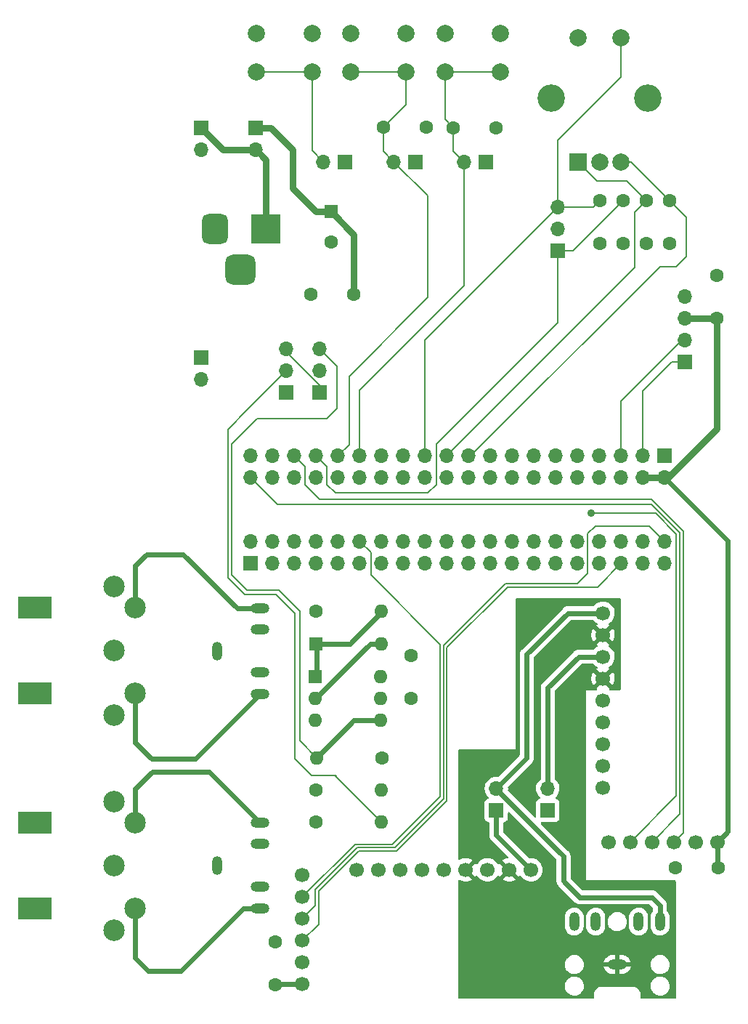
<source format=gtl>
G04 #@! TF.GenerationSoftware,KiCad,Pcbnew,(6.0.5)*
G04 #@! TF.CreationDate,2023-06-20T18:04:17+01:00*
G04 #@! TF.ProjectId,RPii-Dual-MiniDexed,52506969-2d44-4756-916c-2d4d696e6944,rev?*
G04 #@! TF.SameCoordinates,Original*
G04 #@! TF.FileFunction,Copper,L1,Top*
G04 #@! TF.FilePolarity,Positive*
%FSLAX46Y46*%
G04 Gerber Fmt 4.6, Leading zero omitted, Abs format (unit mm)*
G04 Created by KiCad (PCBNEW (6.0.5)) date 2023-06-20 18:04:17*
%MOMM*%
%LPD*%
G01*
G04 APERTURE LIST*
G04 Aperture macros list*
%AMRoundRect*
0 Rectangle with rounded corners*
0 $1 Rounding radius*
0 $2 $3 $4 $5 $6 $7 $8 $9 X,Y pos of 4 corners*
0 Add a 4 corners polygon primitive as box body*
4,1,4,$2,$3,$4,$5,$6,$7,$8,$9,$2,$3,0*
0 Add four circle primitives for the rounded corners*
1,1,$1+$1,$2,$3*
1,1,$1+$1,$4,$5*
1,1,$1+$1,$6,$7*
1,1,$1+$1,$8,$9*
0 Add four rect primitives between the rounded corners*
20,1,$1+$1,$2,$3,$4,$5,0*
20,1,$1+$1,$4,$5,$6,$7,0*
20,1,$1+$1,$6,$7,$8,$9,0*
20,1,$1+$1,$8,$9,$2,$3,0*%
G04 Aperture macros list end*
G04 #@! TA.AperFunction,ComponentPad*
%ADD10R,3.500000X3.500000*%
G04 #@! TD*
G04 #@! TA.AperFunction,ComponentPad*
%ADD11RoundRect,0.750000X-0.750000X-1.000000X0.750000X-1.000000X0.750000X1.000000X-0.750000X1.000000X0*%
G04 #@! TD*
G04 #@! TA.AperFunction,ComponentPad*
%ADD12RoundRect,0.875000X-0.875000X-0.875000X0.875000X-0.875000X0.875000X0.875000X-0.875000X0.875000X0*%
G04 #@! TD*
G04 #@! TA.AperFunction,ComponentPad*
%ADD13C,1.600000*%
G04 #@! TD*
G04 #@! TA.AperFunction,ComponentPad*
%ADD14R,1.600000X1.600000*%
G04 #@! TD*
G04 #@! TA.AperFunction,ComponentPad*
%ADD15R,1.700000X1.700000*%
G04 #@! TD*
G04 #@! TA.AperFunction,ComponentPad*
%ADD16O,1.700000X1.700000*%
G04 #@! TD*
G04 #@! TA.AperFunction,ComponentPad*
%ADD17C,1.700000*%
G04 #@! TD*
G04 #@! TA.AperFunction,ComponentPad*
%ADD18C,2.000000*%
G04 #@! TD*
G04 #@! TA.AperFunction,ComponentPad*
%ADD19O,1.600000X1.600000*%
G04 #@! TD*
G04 #@! TA.AperFunction,ComponentPad*
%ADD20R,2.000000X2.000000*%
G04 #@! TD*
G04 #@! TA.AperFunction,ComponentPad*
%ADD21C,3.200000*%
G04 #@! TD*
G04 #@! TA.AperFunction,ComponentPad*
%ADD22O,2.200000X1.200000*%
G04 #@! TD*
G04 #@! TA.AperFunction,ComponentPad*
%ADD23O,1.200000X2.200000*%
G04 #@! TD*
G04 #@! TA.AperFunction,WasherPad*
%ADD24R,4.000000X2.500000*%
G04 #@! TD*
G04 #@! TA.AperFunction,ComponentPad*
%ADD25C,2.499360*%
G04 #@! TD*
G04 #@! TA.AperFunction,ViaPad*
%ADD26C,0.900000*%
G04 #@! TD*
G04 #@! TA.AperFunction,Conductor*
%ADD27C,0.200000*%
G04 #@! TD*
G04 #@! TA.AperFunction,Conductor*
%ADD28C,0.800000*%
G04 #@! TD*
G04 #@! TA.AperFunction,Conductor*
%ADD29C,0.600000*%
G04 #@! TD*
G04 APERTURE END LIST*
D10*
X210160000Y-59812500D03*
D11*
X204160000Y-59812500D03*
D12*
X207160000Y-64512500D03*
D13*
X215370000Y-67460000D03*
X220370000Y-67460000D03*
D14*
X217710000Y-57797349D03*
D13*
X217710000Y-61297349D03*
D15*
X237000000Y-127540000D03*
D16*
X237000000Y-125000000D03*
D13*
X251800000Y-56500000D03*
X251800000Y-61500000D03*
D17*
X250070000Y-131235000D03*
X252610000Y-131235000D03*
X255150000Y-131235000D03*
X257690000Y-131235000D03*
X260230000Y-131235000D03*
X262770000Y-131235000D03*
X249435000Y-104565000D03*
X249435000Y-107105000D03*
X249435000Y-109645000D03*
X249435000Y-112185000D03*
X249435000Y-114725000D03*
X249435000Y-117265000D03*
X249435000Y-119805000D03*
X249435000Y-122345000D03*
X249435000Y-124885000D03*
D13*
X249100000Y-56500000D03*
X249100000Y-61500000D03*
X254500000Y-56500000D03*
X254500000Y-61500000D03*
D18*
X226500000Y-37000000D03*
X220000000Y-37000000D03*
X226500000Y-41500000D03*
X220000000Y-41500000D03*
D13*
X257910000Y-134210000D03*
X262910000Y-134210000D03*
D15*
X212500000Y-78895000D03*
D16*
X212500000Y-76355000D03*
X212500000Y-73815000D03*
D13*
X223700000Y-121410000D03*
D19*
X216080000Y-121410000D03*
D15*
X216360000Y-78895000D03*
D16*
X216360000Y-76355000D03*
X216360000Y-73815000D03*
X202610000Y-77335000D03*
D15*
X202610000Y-74795000D03*
D13*
X211230000Y-142850000D03*
X211230000Y-147850000D03*
D14*
X215910000Y-112000000D03*
D19*
X215910000Y-114540000D03*
X215910000Y-117080000D03*
X223530000Y-117080000D03*
X223530000Y-114540000D03*
X223530000Y-112000000D03*
D13*
X257200000Y-56500000D03*
X257200000Y-61500000D03*
D17*
X214365000Y-135100000D03*
X214365000Y-137640000D03*
X214365000Y-140180000D03*
X214365000Y-142720000D03*
X214365000Y-145260000D03*
X214365000Y-147800000D03*
X241035000Y-134465000D03*
X238495000Y-134465000D03*
X235955000Y-134465000D03*
X233415000Y-134465000D03*
X230875000Y-134465000D03*
X228335000Y-134465000D03*
X225795000Y-134465000D03*
X223255000Y-134465000D03*
X220715000Y-134465000D03*
D13*
X262700000Y-70250000D03*
X262700000Y-65250000D03*
D18*
X215500000Y-37000000D03*
X209000000Y-37000000D03*
X215500000Y-41500000D03*
X209000000Y-41500000D03*
D20*
X246530000Y-52030000D03*
D18*
X251530000Y-52030000D03*
X249030000Y-52030000D03*
D21*
X243430000Y-44530000D03*
X254630000Y-44530000D03*
D18*
X251530000Y-37530000D03*
X246530000Y-37530000D03*
D13*
X216000000Y-104340000D03*
D19*
X223620000Y-104340000D03*
D13*
X216000000Y-128920000D03*
D19*
X223620000Y-128920000D03*
D13*
X223800000Y-47990000D03*
X228800000Y-47990000D03*
D15*
X208930000Y-48025000D03*
D16*
X208930000Y-50565000D03*
D15*
X227600000Y-52000000D03*
D16*
X225060000Y-52000000D03*
D15*
X258945000Y-75330000D03*
D16*
X258945000Y-72790000D03*
X258945000Y-70250000D03*
X258945000Y-67710000D03*
D15*
X235800000Y-52000000D03*
D16*
X233260000Y-52000000D03*
D13*
X232000000Y-48000000D03*
X237000000Y-48000000D03*
D16*
X244190000Y-57255000D03*
X244190000Y-59795000D03*
D15*
X244190000Y-62335000D03*
D13*
X227050000Y-114480000D03*
X227050000Y-109480000D03*
X216000000Y-125160000D03*
D19*
X223620000Y-125160000D03*
D22*
X209480000Y-128970000D03*
X209480000Y-131470000D03*
D23*
X204480000Y-133970000D03*
D22*
X209480000Y-138970000D03*
X209480000Y-136470000D03*
X209480000Y-103990000D03*
X209480000Y-106490000D03*
D23*
X204480000Y-108990000D03*
D22*
X209480000Y-113990000D03*
X209480000Y-111490000D03*
D23*
X246090000Y-140500000D03*
X248590000Y-140500000D03*
D22*
X251090000Y-145500000D03*
D23*
X256090000Y-140500000D03*
X253590000Y-140500000D03*
D15*
X202610000Y-48025000D03*
D16*
X202610000Y-50565000D03*
D15*
X243000000Y-127540000D03*
D16*
X243000000Y-125000000D03*
D15*
X219355000Y-52000000D03*
D16*
X216815000Y-52000000D03*
D14*
X216000000Y-108140000D03*
D19*
X223620000Y-108140000D03*
D18*
X231000000Y-37000000D03*
X237500000Y-37000000D03*
X237500000Y-41500000D03*
X231000000Y-41500000D03*
D15*
X208370000Y-98770000D03*
D16*
X208370000Y-96230000D03*
X210910000Y-98770000D03*
X210910000Y-96230000D03*
X213450000Y-98770000D03*
X213450000Y-96230000D03*
X215990000Y-98770000D03*
X215990000Y-96230000D03*
X218530000Y-98770000D03*
X218530000Y-96230000D03*
X221070000Y-98770000D03*
X221070000Y-96230000D03*
X223610000Y-98770000D03*
X223610000Y-96230000D03*
X226150000Y-98770000D03*
X226150000Y-96230000D03*
X228690000Y-98770000D03*
X228690000Y-96230000D03*
X231230000Y-98770000D03*
X231230000Y-96230000D03*
X233770000Y-98770000D03*
X233770000Y-96230000D03*
X236310000Y-98770000D03*
X236310000Y-96230000D03*
X238850000Y-98770000D03*
X238850000Y-96230000D03*
X241390000Y-98770000D03*
X241390000Y-96230000D03*
X243930000Y-98770000D03*
X243930000Y-96230000D03*
X246470000Y-98770000D03*
X246470000Y-96230000D03*
X249010000Y-98770000D03*
X249010000Y-96230000D03*
X251550000Y-98770000D03*
X251550000Y-96230000D03*
X254090000Y-98770000D03*
X254090000Y-96230000D03*
X256630000Y-98770000D03*
X256630000Y-96230000D03*
D15*
X256630000Y-86230000D03*
D16*
X256630000Y-88770000D03*
X254090000Y-86230000D03*
X254090000Y-88770000D03*
X251550000Y-86230000D03*
X251550000Y-88770000D03*
X249010000Y-86230000D03*
X249010000Y-88770000D03*
X246470000Y-86230000D03*
X246470000Y-88770000D03*
X243930000Y-86230000D03*
X243930000Y-88770000D03*
X241390000Y-86230000D03*
X241390000Y-88770000D03*
X238850000Y-86230000D03*
X238850000Y-88770000D03*
X236310000Y-86230000D03*
X236310000Y-88770000D03*
X233770000Y-86230000D03*
X233770000Y-88770000D03*
X231230000Y-86230000D03*
X231230000Y-88770000D03*
X228690000Y-86230000D03*
X228690000Y-88770000D03*
X226150000Y-86230000D03*
X226150000Y-88770000D03*
X223610000Y-86230000D03*
X223610000Y-88770000D03*
X221070000Y-86230000D03*
X221070000Y-88770000D03*
X218530000Y-86230000D03*
X218530000Y-88770000D03*
X215990000Y-86230000D03*
X215990000Y-88770000D03*
X213450000Y-86230000D03*
X213450000Y-88770000D03*
X210910000Y-86230000D03*
X210910000Y-88770000D03*
X208370000Y-86230000D03*
X208370000Y-88770000D03*
D24*
X183222300Y-113951260D03*
X183222300Y-103948740D03*
D25*
X192417200Y-101451920D03*
X192419740Y-108950000D03*
X192417200Y-116448080D03*
X194919100Y-103953820D03*
X194919100Y-113946180D03*
D24*
X183212300Y-139011260D03*
X183212300Y-129008740D03*
D25*
X192407200Y-126511920D03*
X192409740Y-134010000D03*
X192407200Y-141508080D03*
X194909100Y-129013820D03*
X194909100Y-139006180D03*
D26*
X248030000Y-92930000D03*
D27*
X257970000Y-64180000D02*
X259120000Y-63030000D01*
X256074944Y-64180000D02*
X257970000Y-64180000D01*
X259120000Y-63030000D02*
X259120000Y-60760000D01*
X234024944Y-86230000D02*
X256074944Y-64180000D01*
X233770000Y-86230000D02*
X234024944Y-86230000D01*
X253150000Y-57850000D02*
X254500000Y-56500000D01*
X253150000Y-64310000D02*
X253150000Y-57850000D01*
X231230000Y-86230000D02*
X253150000Y-64310000D01*
X245965000Y-62335000D02*
X251800000Y-56500000D01*
X244190000Y-62335000D02*
X245965000Y-62335000D01*
X248345000Y-57255000D02*
X249100000Y-56500000D01*
X244190000Y-57255000D02*
X248345000Y-57255000D01*
X259120000Y-60760000D02*
X259120000Y-58420000D01*
X259120000Y-58420000D02*
X257200000Y-56500000D01*
X246530000Y-52040000D02*
X248730000Y-54240000D01*
X248730000Y-54240000D02*
X252240000Y-54240000D01*
X252240000Y-54240000D02*
X254500000Y-56500000D01*
X246530000Y-52030000D02*
X246530000Y-52040000D01*
X251530000Y-52030000D02*
X252730000Y-52030000D01*
X252730000Y-52030000D02*
X257200000Y-56500000D01*
X216815000Y-52000000D02*
X215500000Y-50685000D01*
X215500000Y-50685000D02*
X215500000Y-41500000D01*
D28*
X205150000Y-50565000D02*
X208930000Y-50565000D01*
X202610000Y-48025000D02*
X205150000Y-50565000D01*
X210685000Y-48025000D02*
X208930000Y-48025000D01*
X213250000Y-50590000D02*
X210685000Y-48025000D01*
X213250000Y-55060000D02*
X213250000Y-50590000D01*
X215987349Y-57797349D02*
X213250000Y-55060000D01*
X217710000Y-57797349D02*
X215987349Y-57797349D01*
X210160000Y-51735000D02*
X208930000Y-50505000D01*
X210160000Y-59812500D02*
X210160000Y-51735000D01*
X220370000Y-60457349D02*
X217710000Y-57797349D01*
X220370000Y-67460000D02*
X220370000Y-60457349D01*
D27*
X219820000Y-84940000D02*
X218530000Y-86230000D01*
X219820000Y-77000000D02*
X219820000Y-84940000D01*
X229020000Y-55950000D02*
X229020000Y-67800000D01*
X229020000Y-67800000D02*
X219820000Y-77000000D01*
X225060000Y-51990000D02*
X229020000Y-55950000D01*
X221070000Y-78640000D02*
X221070000Y-86230000D01*
X233260000Y-66450000D02*
X221070000Y-78640000D01*
X233260000Y-52000000D02*
X233260000Y-66450000D01*
X228690000Y-72755000D02*
X228690000Y-74980000D01*
X244190000Y-57255000D02*
X228690000Y-72755000D01*
X228690000Y-86230000D02*
X228690000Y-74980000D01*
X244190000Y-70710000D02*
X230000000Y-84900000D01*
X230000000Y-84900000D02*
X230000000Y-89590000D01*
X244190000Y-62335000D02*
X244190000Y-70710000D01*
X244190000Y-57255000D02*
X244190000Y-49460000D01*
X251530000Y-42120000D02*
X245020000Y-48630000D01*
X244190000Y-49460000D02*
X245020000Y-48630000D01*
X251530000Y-37530000D02*
X251530000Y-42120000D01*
X258779040Y-95719040D02*
X258779040Y-130145960D01*
X258779040Y-130145960D02*
X257690000Y-131235000D01*
X258779039Y-95019039D02*
X258779040Y-95719040D01*
X255050000Y-91290000D02*
X258779039Y-95019039D01*
X214720000Y-89650000D02*
X216360000Y-91290000D01*
X214720000Y-87500000D02*
X214720000Y-89650000D01*
X216360000Y-91290000D02*
X255050000Y-91290000D01*
X213450000Y-86230000D02*
X214720000Y-87500000D01*
X218210000Y-90580000D02*
X217245000Y-89615000D01*
X230000000Y-89590000D02*
X229010000Y-90580000D01*
X217245000Y-87485000D02*
X215990000Y-86230000D01*
X229010000Y-90580000D02*
X218210000Y-90580000D01*
X217245000Y-89615000D02*
X217245000Y-87485000D01*
X232000000Y-50740000D02*
X233260000Y-52000000D01*
X232000000Y-48000000D02*
X232000000Y-50740000D01*
X231000000Y-47000000D02*
X232000000Y-48000000D01*
X231000000Y-41500000D02*
X231000000Y-47000000D01*
X231000000Y-41500000D02*
X237500000Y-41500000D01*
X223800000Y-50730000D02*
X225060000Y-51990000D01*
X223800000Y-47990000D02*
X223800000Y-50730000D01*
X226500000Y-45290000D02*
X223800000Y-47990000D01*
X226500000Y-41500000D02*
X226500000Y-45290000D01*
X220000000Y-41500000D02*
X226500000Y-41500000D01*
X209000000Y-41500000D02*
X215500000Y-41500000D01*
X218395000Y-75850000D02*
X216360000Y-73815000D01*
X218395000Y-80735000D02*
X218395000Y-75850000D01*
X209110000Y-81920000D02*
X217210000Y-81920000D01*
X206119520Y-84910480D02*
X209110000Y-81920000D01*
X217210000Y-81920000D02*
X218395000Y-80735000D01*
X206119520Y-86959520D02*
X206119520Y-84910480D01*
X212500000Y-74120655D02*
X216360000Y-77980655D01*
X216360000Y-77980655D02*
X216360000Y-78895000D01*
X212500000Y-73815000D02*
X212500000Y-74120655D01*
X206119520Y-86959520D02*
X206119520Y-100079520D01*
X205720000Y-100410000D02*
X205720000Y-83880000D01*
X208027500Y-80827500D02*
X205720000Y-83135000D01*
X208027500Y-80827500D02*
X212500000Y-76355000D01*
X205720000Y-83135000D02*
X205720000Y-83880000D01*
D29*
X263970000Y-130035000D02*
X262770000Y-131235000D01*
X263970000Y-96110000D02*
X263970000Y-130035000D01*
D28*
X262700000Y-83059022D02*
X262700000Y-70250000D01*
X256630000Y-88770000D02*
X256989022Y-88770000D01*
D29*
X256630000Y-88770000D02*
X263970000Y-96110000D01*
X262770000Y-131235000D02*
X262770000Y-134070000D01*
D28*
X256989022Y-88770000D02*
X262700000Y-83059022D01*
D29*
X262770000Y-134070000D02*
X262910000Y-134210000D01*
D28*
X256630000Y-88770000D02*
X254090000Y-88770000D01*
X258945000Y-70250000D02*
X262390000Y-70250000D01*
D27*
X231245000Y-108595000D02*
X231245000Y-126425000D01*
X216287020Y-140797980D02*
X214365000Y-142720000D01*
X251550000Y-98770000D02*
X248800000Y-101520000D01*
X220945006Y-132300000D02*
X216287020Y-136957986D01*
X225347497Y-132322503D02*
X225324994Y-132300000D01*
X231245000Y-126425000D02*
X225347497Y-132322503D01*
X248800000Y-101520000D02*
X238320000Y-101520000D01*
X225324994Y-132300000D02*
X220945006Y-132300000D01*
X238320000Y-101520000D02*
X231245000Y-108595000D01*
X216287020Y-136957986D02*
X216287020Y-140797980D01*
D29*
X211280000Y-147800000D02*
X211230000Y-147850000D01*
X214365000Y-147800000D02*
X211280000Y-147800000D01*
D27*
X254090000Y-78710000D02*
X254090000Y-86230000D01*
X257385000Y-75415000D02*
X254090000Y-78710000D01*
X258945000Y-75330000D02*
X257470000Y-75330000D01*
X257480000Y-75320000D02*
X257385000Y-75415000D01*
X257470000Y-75330000D02*
X257385000Y-75415000D01*
D29*
X243000000Y-113240000D02*
X246595000Y-109645000D01*
X243000000Y-125000000D02*
X243000000Y-113240000D01*
X249435000Y-109645000D02*
X246595000Y-109645000D01*
X244835000Y-132885000D02*
X244835000Y-135775000D01*
X246720000Y-137660000D02*
X255140000Y-137660000D01*
X240540000Y-121460000D02*
X240540000Y-109380000D01*
X256090000Y-138610000D02*
X256090000Y-140500000D01*
X255140000Y-137660000D02*
X256090000Y-138610000D01*
X237000000Y-125000000D02*
X237000000Y-125050000D01*
X240540000Y-109380000D02*
X245355000Y-104565000D01*
X245355000Y-104565000D02*
X249435000Y-104565000D01*
X237000000Y-125000000D02*
X240540000Y-121460000D01*
X244835000Y-135775000D02*
X246720000Y-137660000D01*
X237000000Y-125050000D02*
X244835000Y-132885000D01*
D27*
X257980000Y-125865000D02*
X257980000Y-95360000D01*
X257980000Y-95360000D02*
X255550000Y-92930000D01*
X255550000Y-92930000D02*
X248030000Y-92930000D01*
X252610000Y-131235000D02*
X257980000Y-125865000D01*
X216450000Y-91870000D02*
X211470000Y-91870000D01*
X258379520Y-95194514D02*
X255055006Y-91870000D01*
X255150000Y-131235000D02*
X258379520Y-128005480D01*
X211470000Y-91870000D02*
X208370000Y-88770000D01*
X258379520Y-128005480D02*
X258379520Y-95194514D01*
X255055006Y-91870000D02*
X216450000Y-91870000D01*
D29*
X237000000Y-130430000D02*
X241035000Y-134465000D01*
X237000000Y-127540000D02*
X237000000Y-130430000D01*
X216040000Y-108140000D02*
X216040000Y-111870000D01*
X219910000Y-108140000D02*
X223710000Y-104340000D01*
X216040000Y-111870000D02*
X215910000Y-112000000D01*
X216040000Y-108140000D02*
X219910000Y-108140000D01*
X194919100Y-119659100D02*
X196820000Y-121560000D01*
X223660000Y-108140000D02*
X222310000Y-108140000D01*
X201900000Y-121560000D02*
X209470000Y-113990000D01*
X222310000Y-108140000D02*
X215910000Y-114540000D01*
X196820000Y-121560000D02*
X201900000Y-121560000D01*
X194919100Y-113946180D02*
X194919100Y-119659100D01*
X194919100Y-103953820D02*
X194919100Y-99000900D01*
X196200000Y-97720000D02*
X200510000Y-97720000D01*
X206780000Y-103990000D02*
X209470000Y-103990000D01*
X200510000Y-97720000D02*
X206780000Y-103990000D01*
X194919100Y-99000900D02*
X196200000Y-97720000D01*
X203560000Y-123050000D02*
X209480000Y-128970000D01*
X194909100Y-129013820D02*
X194909100Y-125040900D01*
X196900000Y-123050000D02*
X203560000Y-123050000D01*
X194909100Y-125040900D02*
X196900000Y-123050000D01*
X194909100Y-139006180D02*
X194909100Y-144759100D01*
X207520000Y-138970000D02*
X209480000Y-138970000D01*
X194909100Y-144759100D02*
X196400000Y-146250000D01*
X196400000Y-146250000D02*
X200240000Y-146250000D01*
X200240000Y-146250000D02*
X207520000Y-138970000D01*
D27*
X218185000Y-123485000D02*
X223620000Y-128920000D01*
X213540000Y-104630000D02*
X211310000Y-102400000D01*
X217955000Y-123485000D02*
X218305000Y-123485000D01*
X207710000Y-102400000D02*
X205720000Y-100410000D01*
X213530000Y-106920000D02*
X213540000Y-106910000D01*
X213540000Y-106910000D02*
X213540000Y-104630000D01*
X213530000Y-120360000D02*
X213530000Y-106920000D01*
X213530000Y-121570000D02*
X215445000Y-123485000D01*
X217955000Y-123485000D02*
X218185000Y-123485000D01*
X213530000Y-120360000D02*
X213530000Y-121570000D01*
X215445000Y-123485000D02*
X217955000Y-123485000D01*
X211310000Y-102400000D02*
X207710000Y-102400000D01*
X214070000Y-119400000D02*
X216080000Y-121410000D01*
X214070000Y-104370000D02*
X214070000Y-119400000D01*
X206119520Y-100079520D02*
X207950000Y-101910000D01*
X207950000Y-101910000D02*
X211610000Y-101910000D01*
D29*
X220410000Y-117080000D02*
X216080000Y-121410000D01*
D27*
X211610000Y-101910000D02*
X214070000Y-104370000D01*
D29*
X223530000Y-117080000D02*
X220410000Y-117080000D01*
D27*
X230445960Y-108195960D02*
X230445960Y-123795960D01*
X230445960Y-123795960D02*
X230445960Y-125909034D01*
X220524520Y-131480480D02*
X214365000Y-137640000D01*
X222362172Y-97522172D02*
X222362172Y-100112172D01*
X222362172Y-100112172D02*
X230445960Y-108195960D01*
X230445960Y-125909034D02*
X224874514Y-131480480D01*
X224874514Y-131480480D02*
X220524520Y-131480480D01*
X221070000Y-96230000D02*
X222362172Y-97522172D01*
X247660000Y-99910000D02*
X246449520Y-101120480D01*
X256630000Y-96230000D02*
X254800000Y-94400000D01*
X247660000Y-95290000D02*
X247660000Y-99910000D01*
X248550000Y-94400000D02*
X247660000Y-95290000D01*
X215887500Y-138657500D02*
X214365000Y-140180000D01*
X229195000Y-127875000D02*
X225190000Y-131880000D01*
X225190000Y-131880000D02*
X220800000Y-131880000D01*
X215887500Y-136792500D02*
X215887500Y-138657500D01*
X254800000Y-94400000D02*
X248550000Y-94400000D01*
X230845480Y-126224520D02*
X229195000Y-127875000D01*
X246449520Y-101120480D02*
X238079519Y-101120481D01*
X220800000Y-131880000D02*
X215887500Y-136792500D01*
X230845480Y-108354520D02*
X230845480Y-126224520D01*
X238079519Y-101120481D02*
X230845480Y-108354520D01*
X251550000Y-79850000D02*
X258620000Y-72780000D01*
X251550000Y-86230000D02*
X251550000Y-79850000D01*
G04 #@! TA.AperFunction,Conductor*
G36*
X251472121Y-102840002D02*
G01*
X251518614Y-102893658D01*
X251530000Y-102946000D01*
X251530000Y-113414000D01*
X251509998Y-113482121D01*
X251456342Y-113528614D01*
X251404000Y-113540000D01*
X250267652Y-113540000D01*
X250199531Y-113519998D01*
X250153038Y-113466342D01*
X250142934Y-113396068D01*
X250172428Y-113331488D01*
X250178719Y-113325764D01*
X250192648Y-113308023D01*
X250185660Y-113294870D01*
X249447812Y-112557022D01*
X249433868Y-112549408D01*
X249432035Y-112549539D01*
X249425420Y-112553790D01*
X248681737Y-113297473D01*
X248674977Y-113309853D01*
X248694284Y-113335644D01*
X248691519Y-113337714D01*
X248713068Y-113363324D01*
X248722153Y-113433737D01*
X248691727Y-113497883D01*
X248631451Y-113535398D01*
X248597708Y-113540000D01*
X247420000Y-113540000D01*
X247420000Y-135690000D01*
X257794000Y-135690000D01*
X257862121Y-135710002D01*
X257908614Y-135763658D01*
X257920000Y-135816000D01*
X257920000Y-149365500D01*
X257899998Y-149433621D01*
X257846342Y-149480114D01*
X257794000Y-149491500D01*
X253924500Y-149491500D01*
X253856379Y-149471498D01*
X253809886Y-149417842D01*
X253798500Y-149365500D01*
X253798500Y-149053250D01*
X253800246Y-149032345D01*
X253802770Y-149017344D01*
X253802770Y-149017341D01*
X253803576Y-149012552D01*
X253803729Y-149000000D01*
X253801453Y-148984110D01*
X253800789Y-148978606D01*
X253785962Y-148828068D01*
X253785355Y-148821903D01*
X253733406Y-148650650D01*
X253682327Y-148555087D01*
X253651965Y-148498285D01*
X253649045Y-148492822D01*
X253535515Y-148354485D01*
X253397178Y-148240955D01*
X253377164Y-148230258D01*
X253244808Y-148159511D01*
X253244805Y-148159510D01*
X253239350Y-148156594D01*
X253068097Y-148104645D01*
X252934323Y-148091469D01*
X252925783Y-148090332D01*
X252913990Y-148088348D01*
X252907344Y-148087230D01*
X252907342Y-148087230D01*
X252902552Y-148086424D01*
X252896276Y-148086348D01*
X252894860Y-148086330D01*
X252894857Y-148086330D01*
X252890000Y-148086271D01*
X252871370Y-148088939D01*
X252862376Y-148090227D01*
X252844514Y-148091500D01*
X249343250Y-148091500D01*
X249322345Y-148089754D01*
X249307344Y-148087230D01*
X249307341Y-148087230D01*
X249302552Y-148086424D01*
X249296276Y-148086348D01*
X249294859Y-148086330D01*
X249294856Y-148086330D01*
X249290000Y-148086271D01*
X249274110Y-148088547D01*
X249268606Y-148089211D01*
X249164310Y-148099483D01*
X249111903Y-148104645D01*
X248940650Y-148156594D01*
X248935195Y-148159510D01*
X248935192Y-148159511D01*
X248802836Y-148230258D01*
X248782822Y-148240955D01*
X248644485Y-148354485D01*
X248530955Y-148492822D01*
X248528035Y-148498285D01*
X248497674Y-148555087D01*
X248446594Y-148650650D01*
X248394645Y-148821903D01*
X248394038Y-148828068D01*
X248380504Y-148965482D01*
X248379611Y-148972519D01*
X248376309Y-148993724D01*
X248377115Y-148999888D01*
X248377104Y-149000000D01*
X248377130Y-149000000D01*
X248378803Y-149012796D01*
X248378803Y-149012797D01*
X248380436Y-149025283D01*
X248381500Y-149041620D01*
X248381500Y-149365500D01*
X248361498Y-149433621D01*
X248307842Y-149480114D01*
X248255500Y-149491500D01*
X244629591Y-149491500D01*
X244629564Y-149491499D01*
X244629532Y-149491494D01*
X244629433Y-149491494D01*
X244592565Y-149491500D01*
X244553487Y-149491500D01*
X244553451Y-149491505D01*
X244553419Y-149491506D01*
X244272993Y-149491552D01*
X232676019Y-149493434D01*
X232607896Y-149473443D01*
X232561395Y-149419795D01*
X232550000Y-149367434D01*
X232550000Y-147945604D01*
X244977787Y-147945604D01*
X244987567Y-148156899D01*
X245037125Y-148362534D01*
X245039607Y-148367992D01*
X245039608Y-148367996D01*
X245083053Y-148463546D01*
X245124674Y-148555087D01*
X245247054Y-148727611D01*
X245399850Y-148873881D01*
X245577548Y-148988620D01*
X245636931Y-149012552D01*
X245768168Y-149065442D01*
X245768171Y-149065443D01*
X245773737Y-149067686D01*
X245981337Y-149108228D01*
X245986899Y-149108500D01*
X246142846Y-149108500D01*
X246300566Y-149093452D01*
X246503534Y-149033908D01*
X246508862Y-149031164D01*
X246686249Y-148939804D01*
X246686252Y-148939802D01*
X246691580Y-148937058D01*
X246857920Y-148806396D01*
X246861852Y-148801865D01*
X246861855Y-148801862D01*
X246992621Y-148651167D01*
X246996552Y-148646637D01*
X246999552Y-148641451D01*
X246999555Y-148641447D01*
X247099467Y-148468742D01*
X247102473Y-148463546D01*
X247171861Y-148263729D01*
X247175163Y-148240955D01*
X247201352Y-148060336D01*
X247201352Y-148060333D01*
X247202213Y-148054396D01*
X247197177Y-147945604D01*
X254977787Y-147945604D01*
X254987567Y-148156899D01*
X255037125Y-148362534D01*
X255039607Y-148367992D01*
X255039608Y-148367996D01*
X255083053Y-148463546D01*
X255124674Y-148555087D01*
X255247054Y-148727611D01*
X255399850Y-148873881D01*
X255577548Y-148988620D01*
X255636931Y-149012552D01*
X255768168Y-149065442D01*
X255768171Y-149065443D01*
X255773737Y-149067686D01*
X255981337Y-149108228D01*
X255986899Y-149108500D01*
X256142846Y-149108500D01*
X256300566Y-149093452D01*
X256503534Y-149033908D01*
X256508862Y-149031164D01*
X256686249Y-148939804D01*
X256686252Y-148939802D01*
X256691580Y-148937058D01*
X256857920Y-148806396D01*
X256861852Y-148801865D01*
X256861855Y-148801862D01*
X256992621Y-148651167D01*
X256996552Y-148646637D01*
X256999552Y-148641451D01*
X256999555Y-148641447D01*
X257099467Y-148468742D01*
X257102473Y-148463546D01*
X257171861Y-148263729D01*
X257175163Y-148240955D01*
X257201352Y-148060336D01*
X257201352Y-148060333D01*
X257202213Y-148054396D01*
X257192433Y-147843101D01*
X257142875Y-147637466D01*
X257099525Y-147542122D01*
X257057806Y-147450368D01*
X257055326Y-147444913D01*
X256932946Y-147272389D01*
X256780150Y-147126119D01*
X256602452Y-147011380D01*
X256542354Y-146987160D01*
X256411832Y-146934558D01*
X256411829Y-146934557D01*
X256406263Y-146932314D01*
X256198663Y-146891772D01*
X256193101Y-146891500D01*
X256037154Y-146891500D01*
X255879434Y-146906548D01*
X255676466Y-146966092D01*
X255671139Y-146968836D01*
X255671138Y-146968836D01*
X255493751Y-147060196D01*
X255493748Y-147060198D01*
X255488420Y-147062942D01*
X255322080Y-147193604D01*
X255318148Y-147198135D01*
X255318145Y-147198138D01*
X255249474Y-147277275D01*
X255183448Y-147353363D01*
X255180448Y-147358549D01*
X255180445Y-147358553D01*
X255133312Y-147440026D01*
X255077527Y-147536454D01*
X255008139Y-147736271D01*
X254977787Y-147945604D01*
X247197177Y-147945604D01*
X247192433Y-147843101D01*
X247142875Y-147637466D01*
X247099525Y-147542122D01*
X247057806Y-147450368D01*
X247055326Y-147444913D01*
X246932946Y-147272389D01*
X246780150Y-147126119D01*
X246602452Y-147011380D01*
X246542354Y-146987160D01*
X246411832Y-146934558D01*
X246411829Y-146934557D01*
X246406263Y-146932314D01*
X246198663Y-146891772D01*
X246193101Y-146891500D01*
X246037154Y-146891500D01*
X245879434Y-146906548D01*
X245676466Y-146966092D01*
X245671139Y-146968836D01*
X245671138Y-146968836D01*
X245493751Y-147060196D01*
X245493748Y-147060198D01*
X245488420Y-147062942D01*
X245322080Y-147193604D01*
X245318148Y-147198135D01*
X245318145Y-147198138D01*
X245249474Y-147277275D01*
X245183448Y-147353363D01*
X245180448Y-147358549D01*
X245180445Y-147358553D01*
X245133312Y-147440026D01*
X245077527Y-147536454D01*
X245008139Y-147736271D01*
X244977787Y-147945604D01*
X232550000Y-147945604D01*
X232550000Y-145445604D01*
X244977787Y-145445604D01*
X244987567Y-145656899D01*
X244988971Y-145662724D01*
X244988971Y-145662725D01*
X245035680Y-145856537D01*
X245037125Y-145862534D01*
X245039607Y-145867992D01*
X245039608Y-145867996D01*
X245083053Y-145963546D01*
X245124674Y-146055087D01*
X245247054Y-146227611D01*
X245399850Y-146373881D01*
X245577548Y-146488620D01*
X245583114Y-146490863D01*
X245768168Y-146565442D01*
X245768171Y-146565443D01*
X245773737Y-146567686D01*
X245981337Y-146608228D01*
X245986899Y-146608500D01*
X246142846Y-146608500D01*
X246300566Y-146593452D01*
X246503534Y-146533908D01*
X246587977Y-146490417D01*
X246686249Y-146439804D01*
X246686252Y-146439802D01*
X246691580Y-146437058D01*
X246857920Y-146306396D01*
X246861852Y-146301865D01*
X246861855Y-146301862D01*
X246992621Y-146151167D01*
X246996552Y-146146637D01*
X246999552Y-146141451D01*
X246999555Y-146141447D01*
X247099467Y-145968742D01*
X247102473Y-145963546D01*
X247170587Y-145767399D01*
X249514712Y-145767399D01*
X249536194Y-145856537D01*
X249540083Y-145867832D01*
X249622629Y-146049382D01*
X249628576Y-146059724D01*
X249743968Y-146222397D01*
X249751761Y-146231425D01*
X249895831Y-146369342D01*
X249905196Y-146376738D01*
X250072741Y-146484921D01*
X250083345Y-146490417D01*
X250268312Y-146564961D01*
X250279770Y-146568355D01*
X250476928Y-146606857D01*
X250485791Y-146607934D01*
X250488500Y-146608000D01*
X250817885Y-146608000D01*
X250833124Y-146603525D01*
X250834329Y-146602135D01*
X250836000Y-146594452D01*
X250836000Y-146589885D01*
X251344000Y-146589885D01*
X251348475Y-146605124D01*
X251349865Y-146606329D01*
X251357548Y-146608000D01*
X251639832Y-146608000D01*
X251645808Y-146607715D01*
X251794494Y-146593529D01*
X251806228Y-146591270D01*
X251997599Y-146535128D01*
X252008675Y-146530698D01*
X252185978Y-146439381D01*
X252196024Y-146432931D01*
X252352857Y-146309738D01*
X252361506Y-146301501D01*
X252492212Y-146150877D01*
X252499147Y-146141153D01*
X252599010Y-145968533D01*
X252603984Y-145957669D01*
X252669407Y-145769273D01*
X252669648Y-145768284D01*
X252668180Y-145757992D01*
X252654615Y-145754000D01*
X251362115Y-145754000D01*
X251346876Y-145758475D01*
X251345671Y-145759865D01*
X251344000Y-145767548D01*
X251344000Y-146589885D01*
X250836000Y-146589885D01*
X250836000Y-145772115D01*
X250831525Y-145756876D01*
X250830135Y-145755671D01*
X250822452Y-145754000D01*
X249529598Y-145754000D01*
X249516067Y-145757973D01*
X249514712Y-145767399D01*
X247170587Y-145767399D01*
X247171861Y-145763729D01*
X247172855Y-145756876D01*
X247201352Y-145560336D01*
X247201352Y-145560333D01*
X247202213Y-145554396D01*
X247197177Y-145445604D01*
X254977787Y-145445604D01*
X254987567Y-145656899D01*
X254988971Y-145662724D01*
X254988971Y-145662725D01*
X255035680Y-145856537D01*
X255037125Y-145862534D01*
X255039607Y-145867992D01*
X255039608Y-145867996D01*
X255083053Y-145963546D01*
X255124674Y-146055087D01*
X255247054Y-146227611D01*
X255399850Y-146373881D01*
X255577548Y-146488620D01*
X255583114Y-146490863D01*
X255768168Y-146565442D01*
X255768171Y-146565443D01*
X255773737Y-146567686D01*
X255981337Y-146608228D01*
X255986899Y-146608500D01*
X256142846Y-146608500D01*
X256300566Y-146593452D01*
X256503534Y-146533908D01*
X256587977Y-146490417D01*
X256686249Y-146439804D01*
X256686252Y-146439802D01*
X256691580Y-146437058D01*
X256857920Y-146306396D01*
X256861852Y-146301865D01*
X256861855Y-146301862D01*
X256992621Y-146151167D01*
X256996552Y-146146637D01*
X256999552Y-146141451D01*
X256999555Y-146141447D01*
X257099467Y-145968742D01*
X257102473Y-145963546D01*
X257171861Y-145763729D01*
X257172855Y-145756876D01*
X257201352Y-145560336D01*
X257201352Y-145560333D01*
X257202213Y-145554396D01*
X257192433Y-145343101D01*
X257160819Y-145211923D01*
X257144281Y-145143299D01*
X257144280Y-145143297D01*
X257142875Y-145137466D01*
X257099525Y-145042122D01*
X257057806Y-144950368D01*
X257055326Y-144944913D01*
X256932946Y-144772389D01*
X256780150Y-144626119D01*
X256602452Y-144511380D01*
X256498043Y-144469302D01*
X256411832Y-144434558D01*
X256411829Y-144434557D01*
X256406263Y-144432314D01*
X256198663Y-144391772D01*
X256193101Y-144391500D01*
X256037154Y-144391500D01*
X255879434Y-144406548D01*
X255676466Y-144466092D01*
X255671139Y-144468836D01*
X255671138Y-144468836D01*
X255493751Y-144560196D01*
X255493748Y-144560198D01*
X255488420Y-144562942D01*
X255322080Y-144693604D01*
X255318148Y-144698135D01*
X255318145Y-144698138D01*
X255249474Y-144777275D01*
X255183448Y-144853363D01*
X255180448Y-144858549D01*
X255180445Y-144858553D01*
X255180275Y-144858847D01*
X255077527Y-145036454D01*
X255008139Y-145236271D01*
X255007278Y-145242206D01*
X255007278Y-145242208D01*
X255006971Y-145244329D01*
X254977787Y-145445604D01*
X247197177Y-145445604D01*
X247192433Y-145343101D01*
X247165589Y-145231716D01*
X249510352Y-145231716D01*
X249511820Y-145242008D01*
X249525385Y-145246000D01*
X250817885Y-145246000D01*
X250833124Y-145241525D01*
X250834329Y-145240135D01*
X250836000Y-145232452D01*
X250836000Y-145227885D01*
X251344000Y-145227885D01*
X251348475Y-145243124D01*
X251349865Y-145244329D01*
X251357548Y-145246000D01*
X252650402Y-145246000D01*
X252663933Y-145242027D01*
X252665288Y-145232601D01*
X252643806Y-145143463D01*
X252639917Y-145132168D01*
X252557371Y-144950618D01*
X252551424Y-144940276D01*
X252436032Y-144777603D01*
X252428239Y-144768575D01*
X252284169Y-144630658D01*
X252274804Y-144623262D01*
X252107259Y-144515079D01*
X252096655Y-144509583D01*
X251911688Y-144435039D01*
X251900230Y-144431645D01*
X251703072Y-144393143D01*
X251694209Y-144392066D01*
X251691500Y-144392000D01*
X251362115Y-144392000D01*
X251346876Y-144396475D01*
X251345671Y-144397865D01*
X251344000Y-144405548D01*
X251344000Y-145227885D01*
X250836000Y-145227885D01*
X250836000Y-144410115D01*
X250831525Y-144394876D01*
X250830135Y-144393671D01*
X250822452Y-144392000D01*
X250540168Y-144392000D01*
X250534192Y-144392285D01*
X250385506Y-144406471D01*
X250373772Y-144408730D01*
X250182401Y-144464872D01*
X250171325Y-144469302D01*
X249994022Y-144560619D01*
X249983976Y-144567069D01*
X249827143Y-144690262D01*
X249818494Y-144698499D01*
X249687788Y-144849123D01*
X249680853Y-144858847D01*
X249580990Y-145031467D01*
X249576016Y-145042331D01*
X249510593Y-145230727D01*
X249510352Y-145231716D01*
X247165589Y-145231716D01*
X247160819Y-145211923D01*
X247144281Y-145143299D01*
X247144280Y-145143297D01*
X247142875Y-145137466D01*
X247099525Y-145042122D01*
X247057806Y-144950368D01*
X247055326Y-144944913D01*
X246932946Y-144772389D01*
X246780150Y-144626119D01*
X246602452Y-144511380D01*
X246498043Y-144469302D01*
X246411832Y-144434558D01*
X246411829Y-144434557D01*
X246406263Y-144432314D01*
X246198663Y-144391772D01*
X246193101Y-144391500D01*
X246037154Y-144391500D01*
X245879434Y-144406548D01*
X245676466Y-144466092D01*
X245671139Y-144468836D01*
X245671138Y-144468836D01*
X245493751Y-144560196D01*
X245493748Y-144560198D01*
X245488420Y-144562942D01*
X245322080Y-144693604D01*
X245318148Y-144698135D01*
X245318145Y-144698138D01*
X245249474Y-144777275D01*
X245183448Y-144853363D01*
X245180448Y-144858549D01*
X245180445Y-144858553D01*
X245180275Y-144858847D01*
X245077527Y-145036454D01*
X245008139Y-145236271D01*
X245007278Y-145242206D01*
X245007278Y-145242208D01*
X245006971Y-145244329D01*
X244977787Y-145445604D01*
X232550000Y-145445604D01*
X232550000Y-141052846D01*
X244981500Y-141052846D01*
X244996548Y-141210566D01*
X245056092Y-141413534D01*
X245058836Y-141418861D01*
X245058836Y-141418862D01*
X245148756Y-141593452D01*
X245152942Y-141601580D01*
X245283604Y-141767920D01*
X245288135Y-141771852D01*
X245288138Y-141771855D01*
X245374058Y-141846412D01*
X245443363Y-141906552D01*
X245448549Y-141909552D01*
X245448553Y-141909555D01*
X245544957Y-141965326D01*
X245626454Y-142012473D01*
X245826271Y-142081861D01*
X245832206Y-142082722D01*
X245832208Y-142082722D01*
X246029664Y-142111352D01*
X246029667Y-142111352D01*
X246035604Y-142112213D01*
X246246899Y-142102433D01*
X246378077Y-142070819D01*
X246446701Y-142054281D01*
X246446703Y-142054280D01*
X246452534Y-142052875D01*
X246457992Y-142050393D01*
X246457996Y-142050392D01*
X246573041Y-141998084D01*
X246645087Y-141965326D01*
X246817611Y-141842946D01*
X246963881Y-141690150D01*
X247078620Y-141512452D01*
X247107898Y-141439804D01*
X247155442Y-141321832D01*
X247155443Y-141321829D01*
X247157686Y-141316263D01*
X247198228Y-141108663D01*
X247198500Y-141103101D01*
X247198500Y-141052846D01*
X247481500Y-141052846D01*
X247496548Y-141210566D01*
X247556092Y-141413534D01*
X247558836Y-141418861D01*
X247558836Y-141418862D01*
X247648756Y-141593452D01*
X247652942Y-141601580D01*
X247783604Y-141767920D01*
X247788135Y-141771852D01*
X247788138Y-141771855D01*
X247874058Y-141846412D01*
X247943363Y-141906552D01*
X247948549Y-141909552D01*
X247948553Y-141909555D01*
X248044957Y-141965326D01*
X248126454Y-142012473D01*
X248326271Y-142081861D01*
X248332206Y-142082722D01*
X248332208Y-142082722D01*
X248529664Y-142111352D01*
X248529667Y-142111352D01*
X248535604Y-142112213D01*
X248746899Y-142102433D01*
X248878077Y-142070819D01*
X248946701Y-142054281D01*
X248946703Y-142054280D01*
X248952534Y-142052875D01*
X248957992Y-142050393D01*
X248957996Y-142050392D01*
X249073041Y-141998084D01*
X249145087Y-141965326D01*
X249317611Y-141842946D01*
X249463881Y-141690150D01*
X249578620Y-141512452D01*
X249607898Y-141439804D01*
X249655442Y-141321832D01*
X249655443Y-141321829D01*
X249657686Y-141316263D01*
X249698228Y-141108663D01*
X249698500Y-141103101D01*
X249698500Y-140445604D01*
X249977787Y-140445604D01*
X249987567Y-140656899D01*
X250037125Y-140862534D01*
X250039607Y-140867992D01*
X250039608Y-140867996D01*
X250083053Y-140963546D01*
X250124674Y-141055087D01*
X250247054Y-141227611D01*
X250399850Y-141373881D01*
X250577548Y-141488620D01*
X250583114Y-141490863D01*
X250768168Y-141565442D01*
X250768171Y-141565443D01*
X250773737Y-141567686D01*
X250981337Y-141608228D01*
X250986899Y-141608500D01*
X251142846Y-141608500D01*
X251300566Y-141593452D01*
X251503534Y-141533908D01*
X251508862Y-141531164D01*
X251686249Y-141439804D01*
X251686252Y-141439802D01*
X251691580Y-141437058D01*
X251857920Y-141306396D01*
X251861852Y-141301865D01*
X251861855Y-141301862D01*
X251992621Y-141151167D01*
X251996552Y-141146637D01*
X251999552Y-141141451D01*
X251999555Y-141141447D01*
X252050812Y-141052846D01*
X252481500Y-141052846D01*
X252496548Y-141210566D01*
X252556092Y-141413534D01*
X252558836Y-141418861D01*
X252558836Y-141418862D01*
X252648756Y-141593452D01*
X252652942Y-141601580D01*
X252783604Y-141767920D01*
X252788135Y-141771852D01*
X252788138Y-141771855D01*
X252874058Y-141846412D01*
X252943363Y-141906552D01*
X252948549Y-141909552D01*
X252948553Y-141909555D01*
X253044957Y-141965326D01*
X253126454Y-142012473D01*
X253326271Y-142081861D01*
X253332206Y-142082722D01*
X253332208Y-142082722D01*
X253529664Y-142111352D01*
X253529667Y-142111352D01*
X253535604Y-142112213D01*
X253746899Y-142102433D01*
X253878077Y-142070819D01*
X253946701Y-142054281D01*
X253946703Y-142054280D01*
X253952534Y-142052875D01*
X253957992Y-142050393D01*
X253957996Y-142050392D01*
X254073041Y-141998084D01*
X254145087Y-141965326D01*
X254317611Y-141842946D01*
X254463881Y-141690150D01*
X254578620Y-141512452D01*
X254607898Y-141439804D01*
X254655442Y-141321832D01*
X254655443Y-141321829D01*
X254657686Y-141316263D01*
X254698228Y-141108663D01*
X254698500Y-141103101D01*
X254698500Y-139947154D01*
X254683452Y-139789434D01*
X254623908Y-139586466D01*
X254563325Y-139468836D01*
X254529804Y-139403751D01*
X254529802Y-139403748D01*
X254527058Y-139398420D01*
X254396396Y-139232080D01*
X254391865Y-139228148D01*
X254391862Y-139228145D01*
X254241167Y-139097379D01*
X254236637Y-139093448D01*
X254231451Y-139090448D01*
X254231447Y-139090445D01*
X254058742Y-138990533D01*
X254053546Y-138987527D01*
X253853729Y-138918139D01*
X253847794Y-138917278D01*
X253847792Y-138917278D01*
X253650336Y-138888648D01*
X253650333Y-138888648D01*
X253644396Y-138887787D01*
X253433101Y-138897567D01*
X253301923Y-138929181D01*
X253233299Y-138945719D01*
X253233297Y-138945720D01*
X253227466Y-138947125D01*
X253222008Y-138949607D01*
X253222004Y-138949608D01*
X253117592Y-138997082D01*
X253034913Y-139034674D01*
X252862389Y-139157054D01*
X252716119Y-139309850D01*
X252601380Y-139487548D01*
X252577160Y-139547646D01*
X252545535Y-139626119D01*
X252522314Y-139683737D01*
X252481772Y-139891337D01*
X252481500Y-139896899D01*
X252481500Y-141052846D01*
X252050812Y-141052846D01*
X252099467Y-140968742D01*
X252102473Y-140963546D01*
X252171861Y-140763729D01*
X252202213Y-140554396D01*
X252192433Y-140343101D01*
X252142875Y-140137466D01*
X252099525Y-140042122D01*
X252057806Y-139950368D01*
X252055326Y-139944913D01*
X251932946Y-139772389D01*
X251780150Y-139626119D01*
X251602452Y-139511380D01*
X251542354Y-139487160D01*
X251411832Y-139434558D01*
X251411829Y-139434557D01*
X251406263Y-139432314D01*
X251198663Y-139391772D01*
X251193101Y-139391500D01*
X251037154Y-139391500D01*
X250879434Y-139406548D01*
X250676466Y-139466092D01*
X250671139Y-139468836D01*
X250671138Y-139468836D01*
X250493751Y-139560196D01*
X250493748Y-139560198D01*
X250488420Y-139562942D01*
X250322080Y-139693604D01*
X250318148Y-139698135D01*
X250318145Y-139698138D01*
X250238923Y-139789434D01*
X250183448Y-139853363D01*
X250180448Y-139858549D01*
X250180445Y-139858553D01*
X250130485Y-139944913D01*
X250077527Y-140036454D01*
X250008139Y-140236271D01*
X249977787Y-140445604D01*
X249698500Y-140445604D01*
X249698500Y-139947154D01*
X249683452Y-139789434D01*
X249623908Y-139586466D01*
X249563325Y-139468836D01*
X249529804Y-139403751D01*
X249529802Y-139403748D01*
X249527058Y-139398420D01*
X249396396Y-139232080D01*
X249391865Y-139228148D01*
X249391862Y-139228145D01*
X249241167Y-139097379D01*
X249236637Y-139093448D01*
X249231451Y-139090448D01*
X249231447Y-139090445D01*
X249058742Y-138990533D01*
X249053546Y-138987527D01*
X248853729Y-138918139D01*
X248847794Y-138917278D01*
X248847792Y-138917278D01*
X248650336Y-138888648D01*
X248650333Y-138888648D01*
X248644396Y-138887787D01*
X248433101Y-138897567D01*
X248301923Y-138929181D01*
X248233299Y-138945719D01*
X248233297Y-138945720D01*
X248227466Y-138947125D01*
X248222008Y-138949607D01*
X248222004Y-138949608D01*
X248117592Y-138997082D01*
X248034913Y-139034674D01*
X247862389Y-139157054D01*
X247716119Y-139309850D01*
X247601380Y-139487548D01*
X247577160Y-139547646D01*
X247545535Y-139626119D01*
X247522314Y-139683737D01*
X247481772Y-139891337D01*
X247481500Y-139896899D01*
X247481500Y-141052846D01*
X247198500Y-141052846D01*
X247198500Y-139947154D01*
X247183452Y-139789434D01*
X247123908Y-139586466D01*
X247063325Y-139468836D01*
X247029804Y-139403751D01*
X247029802Y-139403748D01*
X247027058Y-139398420D01*
X246896396Y-139232080D01*
X246891865Y-139228148D01*
X246891862Y-139228145D01*
X246741167Y-139097379D01*
X246736637Y-139093448D01*
X246731451Y-139090448D01*
X246731447Y-139090445D01*
X246558742Y-138990533D01*
X246553546Y-138987527D01*
X246353729Y-138918139D01*
X246347794Y-138917278D01*
X246347792Y-138917278D01*
X246150336Y-138888648D01*
X246150333Y-138888648D01*
X246144396Y-138887787D01*
X245933101Y-138897567D01*
X245801923Y-138929181D01*
X245733299Y-138945719D01*
X245733297Y-138945720D01*
X245727466Y-138947125D01*
X245722008Y-138949607D01*
X245722004Y-138949608D01*
X245617592Y-138997082D01*
X245534913Y-139034674D01*
X245362389Y-139157054D01*
X245216119Y-139309850D01*
X245101380Y-139487548D01*
X245077160Y-139547646D01*
X245045535Y-139626119D01*
X245022314Y-139683737D01*
X244981772Y-139891337D01*
X244981500Y-139896899D01*
X244981500Y-141052846D01*
X232550000Y-141052846D01*
X232550000Y-135752042D01*
X232570002Y-135683921D01*
X232623658Y-135637428D01*
X232693932Y-135627324D01*
X232739570Y-135643254D01*
X232821756Y-135691279D01*
X232831042Y-135695729D01*
X233030001Y-135771703D01*
X233039899Y-135774579D01*
X233248595Y-135817038D01*
X233258823Y-135818257D01*
X233471650Y-135826062D01*
X233481936Y-135825595D01*
X233693185Y-135798534D01*
X233703262Y-135796392D01*
X233907255Y-135735191D01*
X233916842Y-135731433D01*
X234108098Y-135637738D01*
X234116944Y-135632465D01*
X234164247Y-135598723D01*
X234172648Y-135588023D01*
X234165660Y-135574870D01*
X233144885Y-134554095D01*
X233110859Y-134491783D01*
X233112694Y-134466132D01*
X233779408Y-134466132D01*
X233779539Y-134467965D01*
X233783790Y-134474580D01*
X234525474Y-135216264D01*
X234537484Y-135222823D01*
X234549223Y-135213855D01*
X234583022Y-135166819D01*
X234584277Y-135167721D01*
X234631391Y-135124355D01*
X234701330Y-135112148D01*
X234766767Y-135139691D01*
X234794580Y-135171513D01*
X234852287Y-135265683D01*
X234852291Y-135265688D01*
X234854987Y-135270088D01*
X235001250Y-135438938D01*
X235173126Y-135581632D01*
X235366000Y-135694338D01*
X235574692Y-135774030D01*
X235579760Y-135775061D01*
X235579763Y-135775062D01*
X235684604Y-135796392D01*
X235793597Y-135818567D01*
X235798772Y-135818757D01*
X235798774Y-135818757D01*
X236011673Y-135826564D01*
X236011677Y-135826564D01*
X236016837Y-135826753D01*
X236021957Y-135826097D01*
X236021959Y-135826097D01*
X236233288Y-135799025D01*
X236233289Y-135799025D01*
X236238416Y-135798368D01*
X236243366Y-135796883D01*
X236447429Y-135735661D01*
X236447434Y-135735659D01*
X236452384Y-135734174D01*
X236652994Y-135635896D01*
X236717544Y-135589853D01*
X237734977Y-135589853D01*
X237740258Y-135596907D01*
X237901756Y-135691279D01*
X237911042Y-135695729D01*
X238110001Y-135771703D01*
X238119899Y-135774579D01*
X238328595Y-135817038D01*
X238338823Y-135818257D01*
X238551650Y-135826062D01*
X238561936Y-135825595D01*
X238773185Y-135798534D01*
X238783262Y-135796392D01*
X238987255Y-135735191D01*
X238996842Y-135731433D01*
X239188098Y-135637738D01*
X239196944Y-135632465D01*
X239244247Y-135598723D01*
X239252648Y-135588023D01*
X239245660Y-135574870D01*
X238507812Y-134837022D01*
X238493868Y-134829408D01*
X238492035Y-134829539D01*
X238485420Y-134833790D01*
X237741737Y-135577473D01*
X237734977Y-135589853D01*
X236717544Y-135589853D01*
X236834860Y-135506173D01*
X236993096Y-135348489D01*
X237123453Y-135167077D01*
X237124640Y-135167930D01*
X237171960Y-135124362D01*
X237241897Y-135112145D01*
X237307338Y-135139678D01*
X237335166Y-135171512D01*
X237361459Y-135214419D01*
X237371916Y-135223880D01*
X237380694Y-135220096D01*
X238122978Y-134477812D01*
X238130592Y-134463868D01*
X238130461Y-134462035D01*
X238126210Y-134455420D01*
X237384849Y-133714059D01*
X237373313Y-133707759D01*
X237361031Y-133717382D01*
X237328499Y-133765072D01*
X237273587Y-133810075D01*
X237203063Y-133818246D01*
X237139316Y-133786992D01*
X237118618Y-133762508D01*
X237037822Y-133637617D01*
X237037820Y-133637614D01*
X237035014Y-133633277D01*
X236884670Y-133468051D01*
X236880619Y-133464852D01*
X236880615Y-133464848D01*
X236713414Y-133332800D01*
X236713410Y-133332798D01*
X236709359Y-133329598D01*
X236513789Y-133221638D01*
X236508920Y-133219914D01*
X236508916Y-133219912D01*
X236308087Y-133148795D01*
X236308083Y-133148794D01*
X236303212Y-133147069D01*
X236298119Y-133146162D01*
X236298116Y-133146161D01*
X236088373Y-133108800D01*
X236088367Y-133108799D01*
X236083284Y-133107894D01*
X236009452Y-133106992D01*
X235865081Y-133105228D01*
X235865079Y-133105228D01*
X235859911Y-133105165D01*
X235639091Y-133138955D01*
X235426756Y-133208357D01*
X235228607Y-133311507D01*
X235224474Y-133314610D01*
X235224471Y-133314612D01*
X235054100Y-133442530D01*
X235049965Y-133445635D01*
X234895629Y-133607138D01*
X234822693Y-133714059D01*
X234787898Y-133765066D01*
X234732987Y-133810069D01*
X234662462Y-133818240D01*
X234598715Y-133786986D01*
X234578017Y-133762501D01*
X234548062Y-133716197D01*
X234537377Y-133706995D01*
X234527812Y-133711398D01*
X233787022Y-134452188D01*
X233779408Y-134466132D01*
X233112694Y-134466132D01*
X233115924Y-134420968D01*
X233144885Y-134375905D01*
X234168389Y-133352401D01*
X234175410Y-133339544D01*
X234168611Y-133330213D01*
X234164554Y-133327518D01*
X233978117Y-133224599D01*
X233968705Y-133220369D01*
X233767959Y-133149280D01*
X233757989Y-133146646D01*
X233548327Y-133109301D01*
X233538073Y-133108331D01*
X233325116Y-133105728D01*
X233314832Y-133106448D01*
X233104321Y-133138661D01*
X233094293Y-133141050D01*
X232891868Y-133207212D01*
X232882358Y-133211209D01*
X232734180Y-133288346D01*
X232664521Y-133302059D01*
X232598505Y-133275934D01*
X232557094Y-133218266D01*
X232550000Y-133176583D01*
X232550000Y-124966695D01*
X235637251Y-124966695D01*
X235637548Y-124971848D01*
X235637548Y-124971851D01*
X235643011Y-125066590D01*
X235650110Y-125189715D01*
X235651247Y-125194761D01*
X235651248Y-125194767D01*
X235658358Y-125226315D01*
X235699222Y-125407639D01*
X235783266Y-125614616D01*
X235899987Y-125805088D01*
X236046250Y-125973938D01*
X236050230Y-125977242D01*
X236054981Y-125981187D01*
X236094616Y-126040090D01*
X236096113Y-126111071D01*
X236058997Y-126171593D01*
X236018724Y-126196112D01*
X235903295Y-126239385D01*
X235786739Y-126326739D01*
X235699385Y-126443295D01*
X235648255Y-126579684D01*
X235641500Y-126641866D01*
X235641500Y-128438134D01*
X235648255Y-128500316D01*
X235699385Y-128636705D01*
X235786739Y-128753261D01*
X235903295Y-128840615D01*
X236039684Y-128891745D01*
X236066914Y-128894703D01*
X236079108Y-128896028D01*
X236144670Y-128923270D01*
X236185096Y-128981634D01*
X236191500Y-129021291D01*
X236191500Y-130420786D01*
X236191493Y-130422106D01*
X236190549Y-130512221D01*
X236199711Y-130554597D01*
X236201769Y-130567163D01*
X236206603Y-130610255D01*
X236208919Y-130616906D01*
X236208920Y-130616910D01*
X236217633Y-130641930D01*
X236221796Y-130656742D01*
X236228881Y-130689510D01*
X236247208Y-130728813D01*
X236251990Y-130740589D01*
X236266255Y-130781552D01*
X236269989Y-130787527D01*
X236269990Y-130787530D01*
X236284027Y-130809995D01*
X236291366Y-130823512D01*
X236302559Y-130847514D01*
X236305538Y-130853902D01*
X236309855Y-130859467D01*
X236309856Y-130859469D01*
X236332106Y-130888153D01*
X236339402Y-130898612D01*
X236362374Y-130935376D01*
X236367334Y-130940371D01*
X236367335Y-130940372D01*
X236390976Y-130964179D01*
X236391561Y-130964804D01*
X236392078Y-130965470D01*
X236418067Y-130991459D01*
X236490185Y-131064082D01*
X236491222Y-131064740D01*
X236492451Y-131065843D01*
X238338715Y-132912107D01*
X238372741Y-132974419D01*
X238367676Y-133045234D01*
X238325129Y-133102070D01*
X238268679Y-133125752D01*
X238184321Y-133138661D01*
X238174293Y-133141050D01*
X237971868Y-133207212D01*
X237962359Y-133211209D01*
X237773466Y-133309540D01*
X237764734Y-133315039D01*
X237744677Y-133330099D01*
X237736223Y-133341427D01*
X237742968Y-133353758D01*
X239605474Y-135216264D01*
X239617484Y-135222823D01*
X239629223Y-135213855D01*
X239663022Y-135166819D01*
X239664277Y-135167721D01*
X239711391Y-135124355D01*
X239781330Y-135112148D01*
X239846767Y-135139691D01*
X239874580Y-135171513D01*
X239932287Y-135265683D01*
X239932291Y-135265688D01*
X239934987Y-135270088D01*
X240081250Y-135438938D01*
X240253126Y-135581632D01*
X240446000Y-135694338D01*
X240654692Y-135774030D01*
X240659760Y-135775061D01*
X240659763Y-135775062D01*
X240764604Y-135796392D01*
X240873597Y-135818567D01*
X240878772Y-135818757D01*
X240878774Y-135818757D01*
X241091673Y-135826564D01*
X241091677Y-135826564D01*
X241096837Y-135826753D01*
X241101957Y-135826097D01*
X241101959Y-135826097D01*
X241313288Y-135799025D01*
X241313289Y-135799025D01*
X241318416Y-135798368D01*
X241323366Y-135796883D01*
X241527429Y-135735661D01*
X241527434Y-135735659D01*
X241532384Y-135734174D01*
X241732994Y-135635896D01*
X241914860Y-135506173D01*
X242073096Y-135348489D01*
X242203453Y-135167077D01*
X242216995Y-135139678D01*
X242300136Y-134971453D01*
X242300137Y-134971451D01*
X242302430Y-134966811D01*
X242367370Y-134753069D01*
X242396529Y-134531590D01*
X242398156Y-134465000D01*
X242379852Y-134242361D01*
X242325431Y-134025702D01*
X242236354Y-133820840D01*
X242115014Y-133633277D01*
X241964670Y-133468051D01*
X241960619Y-133464852D01*
X241960615Y-133464848D01*
X241793414Y-133332800D01*
X241793410Y-133332798D01*
X241789359Y-133329598D01*
X241593789Y-133221638D01*
X241588920Y-133219914D01*
X241588916Y-133219912D01*
X241388087Y-133148795D01*
X241388083Y-133148794D01*
X241383212Y-133147069D01*
X241378119Y-133146162D01*
X241378116Y-133146161D01*
X241168373Y-133108800D01*
X241168367Y-133108799D01*
X241163284Y-133107894D01*
X241092770Y-133107033D01*
X240945082Y-133105228D01*
X240945080Y-133105228D01*
X240939911Y-133105165D01*
X240922488Y-133107831D01*
X240897712Y-133111622D01*
X240827349Y-133102154D01*
X240789559Y-133076167D01*
X237845405Y-130132013D01*
X237811379Y-130069701D01*
X237808500Y-130042918D01*
X237808500Y-129021291D01*
X237828502Y-128953170D01*
X237882158Y-128906677D01*
X237920892Y-128896028D01*
X237933086Y-128894703D01*
X237960316Y-128891745D01*
X238096705Y-128840615D01*
X238213261Y-128753261D01*
X238300615Y-128636705D01*
X238351745Y-128500316D01*
X238358500Y-128438134D01*
X238358500Y-127856082D01*
X238378502Y-127787961D01*
X238432158Y-127741468D01*
X238502432Y-127731364D01*
X238567012Y-127760858D01*
X238573595Y-127766987D01*
X243989595Y-133182987D01*
X244023621Y-133245299D01*
X244026500Y-133272082D01*
X244026500Y-135765786D01*
X244026493Y-135767106D01*
X244025549Y-135857221D01*
X244034711Y-135899597D01*
X244036769Y-135912163D01*
X244041603Y-135955255D01*
X244043919Y-135961906D01*
X244043920Y-135961910D01*
X244052633Y-135986930D01*
X244056796Y-136001742D01*
X244063881Y-136034510D01*
X244082208Y-136073813D01*
X244086990Y-136085589D01*
X244101255Y-136126552D01*
X244104989Y-136132527D01*
X244104990Y-136132530D01*
X244119027Y-136154995D01*
X244126366Y-136168512D01*
X244137559Y-136192514D01*
X244140538Y-136198902D01*
X244144855Y-136204467D01*
X244144856Y-136204469D01*
X244167106Y-136233153D01*
X244174402Y-136243612D01*
X244197374Y-136280376D01*
X244202334Y-136285371D01*
X244202335Y-136285372D01*
X244225976Y-136309179D01*
X244226561Y-136309804D01*
X244227078Y-136310470D01*
X244253066Y-136336458D01*
X244325185Y-136409082D01*
X244326222Y-136409740D01*
X244327451Y-136410843D01*
X246141672Y-138225063D01*
X246142601Y-138226000D01*
X246180887Y-138265096D01*
X246205771Y-138290507D01*
X246211690Y-138294322D01*
X246211698Y-138294328D01*
X246242214Y-138313994D01*
X246252559Y-138321427D01*
X246286443Y-138348476D01*
X246292782Y-138351540D01*
X246292783Y-138351541D01*
X246316637Y-138363072D01*
X246330054Y-138370601D01*
X246358238Y-138388765D01*
X246364855Y-138391173D01*
X246364860Y-138391176D01*
X246398973Y-138403592D01*
X246410716Y-138408553D01*
X246443400Y-138424353D01*
X246443409Y-138424356D01*
X246449749Y-138427421D01*
X246456614Y-138429006D01*
X246482428Y-138434966D01*
X246497168Y-138439332D01*
X246528685Y-138450803D01*
X246535670Y-138451685D01*
X246535677Y-138451687D01*
X246571692Y-138456237D01*
X246584243Y-138458472D01*
X246626485Y-138468225D01*
X246633529Y-138468250D01*
X246633533Y-138468250D01*
X246667074Y-138468367D01*
X246667943Y-138468396D01*
X246668769Y-138468500D01*
X246705133Y-138468500D01*
X246705573Y-138468501D01*
X246804336Y-138468846D01*
X246804342Y-138468846D01*
X246807870Y-138468858D01*
X246809073Y-138468589D01*
X246810717Y-138468500D01*
X254752918Y-138468500D01*
X254821039Y-138488502D01*
X254842013Y-138505405D01*
X255244595Y-138907987D01*
X255278621Y-138970299D01*
X255281500Y-138997082D01*
X255281500Y-139190964D01*
X255261498Y-139259085D01*
X255246519Y-139278094D01*
X255216119Y-139309850D01*
X255101380Y-139487548D01*
X255077160Y-139547646D01*
X255045535Y-139626119D01*
X255022314Y-139683737D01*
X254981772Y-139891337D01*
X254981500Y-139896899D01*
X254981500Y-141052846D01*
X254996548Y-141210566D01*
X255056092Y-141413534D01*
X255058836Y-141418861D01*
X255058836Y-141418862D01*
X255148756Y-141593452D01*
X255152942Y-141601580D01*
X255283604Y-141767920D01*
X255288135Y-141771852D01*
X255288138Y-141771855D01*
X255374058Y-141846412D01*
X255443363Y-141906552D01*
X255448549Y-141909552D01*
X255448553Y-141909555D01*
X255544957Y-141965326D01*
X255626454Y-142012473D01*
X255826271Y-142081861D01*
X255832206Y-142082722D01*
X255832208Y-142082722D01*
X256029664Y-142111352D01*
X256029667Y-142111352D01*
X256035604Y-142112213D01*
X256246899Y-142102433D01*
X256378077Y-142070819D01*
X256446701Y-142054281D01*
X256446703Y-142054280D01*
X256452534Y-142052875D01*
X256457992Y-142050393D01*
X256457996Y-142050392D01*
X256573041Y-141998084D01*
X256645087Y-141965326D01*
X256817611Y-141842946D01*
X256963881Y-141690150D01*
X257078620Y-141512452D01*
X257107898Y-141439804D01*
X257155442Y-141321832D01*
X257155443Y-141321829D01*
X257157686Y-141316263D01*
X257198228Y-141108663D01*
X257198500Y-141103101D01*
X257198500Y-139947154D01*
X257183452Y-139789434D01*
X257123908Y-139586466D01*
X257063325Y-139468836D01*
X257029804Y-139403751D01*
X257029802Y-139403748D01*
X257027058Y-139398420D01*
X256925414Y-139269022D01*
X256899064Y-139203097D01*
X256898500Y-139191189D01*
X256898500Y-138619214D01*
X256898507Y-138617894D01*
X256899377Y-138534826D01*
X256899451Y-138527779D01*
X256890289Y-138485403D01*
X256888230Y-138472832D01*
X256887730Y-138468369D01*
X256883397Y-138429745D01*
X256876018Y-138408553D01*
X256872367Y-138398070D01*
X256868204Y-138383258D01*
X256862609Y-138357381D01*
X256861119Y-138350490D01*
X256842792Y-138311187D01*
X256838010Y-138299411D01*
X256823745Y-138258448D01*
X256820010Y-138252470D01*
X256805973Y-138230005D01*
X256798634Y-138216488D01*
X256787441Y-138192486D01*
X256787440Y-138192485D01*
X256784462Y-138186098D01*
X256757894Y-138151847D01*
X256750598Y-138141388D01*
X256731358Y-138110596D01*
X256731356Y-138110593D01*
X256727626Y-138104624D01*
X256699024Y-138075821D01*
X256698439Y-138075196D01*
X256697922Y-138074530D01*
X256671932Y-138048540D01*
X256599815Y-137975918D01*
X256598778Y-137975260D01*
X256597549Y-137974157D01*
X255718234Y-137094842D01*
X255717306Y-137093905D01*
X255659157Y-137034525D01*
X255659156Y-137034524D01*
X255654229Y-137029493D01*
X255617779Y-137006002D01*
X255607454Y-136998583D01*
X255573557Y-136971524D01*
X255543362Y-136956927D01*
X255529945Y-136949398D01*
X255501762Y-136931235D01*
X255495145Y-136928827D01*
X255495140Y-136928824D01*
X255461027Y-136916408D01*
X255449284Y-136911447D01*
X255416597Y-136895646D01*
X255416592Y-136895644D01*
X255410251Y-136892579D01*
X255403393Y-136890996D01*
X255403391Y-136890995D01*
X255377574Y-136885035D01*
X255362831Y-136880668D01*
X255331315Y-136869197D01*
X255324325Y-136868314D01*
X255324317Y-136868312D01*
X255288299Y-136863762D01*
X255275747Y-136861526D01*
X255240386Y-136853362D01*
X255240383Y-136853362D01*
X255233515Y-136851776D01*
X255226469Y-136851751D01*
X255226466Y-136851751D01*
X255192944Y-136851634D01*
X255192062Y-136851605D01*
X255191231Y-136851500D01*
X255154581Y-136851500D01*
X255154141Y-136851499D01*
X255055657Y-136851155D01*
X255055652Y-136851155D01*
X255052130Y-136851143D01*
X255050930Y-136851411D01*
X255049293Y-136851500D01*
X247107082Y-136851500D01*
X247038961Y-136831498D01*
X247017987Y-136814595D01*
X245680405Y-135477013D01*
X245646379Y-135414701D01*
X245643500Y-135387918D01*
X245643500Y-132894165D01*
X245643507Y-132892846D01*
X245644376Y-132809821D01*
X245644450Y-132802779D01*
X245642963Y-132795901D01*
X245642962Y-132795891D01*
X245635291Y-132760413D01*
X245633230Y-132747831D01*
X245629182Y-132711743D01*
X245628397Y-132704745D01*
X245617368Y-132673074D01*
X245613205Y-132658265D01*
X245607607Y-132632371D01*
X245607606Y-132632368D01*
X245606119Y-132625490D01*
X245587792Y-132586187D01*
X245583010Y-132574411D01*
X245568745Y-132533448D01*
X245565010Y-132527470D01*
X245550973Y-132505005D01*
X245543634Y-132491488D01*
X245532439Y-132467481D01*
X245532437Y-132467477D01*
X245529462Y-132461098D01*
X245502892Y-132426844D01*
X245495598Y-132416388D01*
X245489042Y-132405896D01*
X245472626Y-132379624D01*
X245444017Y-132350815D01*
X245443434Y-132350192D01*
X245442921Y-132349530D01*
X245417074Y-132323683D01*
X245347304Y-132253424D01*
X245347300Y-132253420D01*
X245344815Y-132250918D01*
X245343777Y-132250259D01*
X245342544Y-132249153D01*
X242206986Y-129113595D01*
X242172960Y-129051283D01*
X242178025Y-128980468D01*
X242220572Y-128923632D01*
X242287092Y-128898821D01*
X242296081Y-128898500D01*
X243898134Y-128898500D01*
X243960316Y-128891745D01*
X244096705Y-128840615D01*
X244213261Y-128753261D01*
X244300615Y-128636705D01*
X244351745Y-128500316D01*
X244358500Y-128438134D01*
X244358500Y-126641866D01*
X244351745Y-126579684D01*
X244300615Y-126443295D01*
X244213261Y-126326739D01*
X244096705Y-126239385D01*
X244084132Y-126234672D01*
X243978203Y-126194960D01*
X243921439Y-126152318D01*
X243896739Y-126085756D01*
X243911947Y-126016408D01*
X243933493Y-125987727D01*
X243951251Y-125970031D01*
X244038096Y-125883489D01*
X244097594Y-125800689D01*
X244165435Y-125706277D01*
X244168453Y-125702077D01*
X244174379Y-125690088D01*
X244265136Y-125506453D01*
X244265137Y-125506451D01*
X244267430Y-125501811D01*
X244332370Y-125288069D01*
X244361529Y-125066590D01*
X244363156Y-125000000D01*
X244344852Y-124777361D01*
X244290431Y-124560702D01*
X244201354Y-124355840D01*
X244080014Y-124168277D01*
X243929670Y-124003051D01*
X243925625Y-123999857D01*
X243925616Y-123999848D01*
X243856408Y-123945191D01*
X243815345Y-123887274D01*
X243808500Y-123846309D01*
X243808500Y-113627082D01*
X243828502Y-113558961D01*
X243845405Y-113537987D01*
X245226529Y-112156863D01*
X248073050Y-112156863D01*
X248085309Y-112369477D01*
X248086745Y-112379697D01*
X248133565Y-112587446D01*
X248136645Y-112597275D01*
X248216770Y-112794603D01*
X248221413Y-112803794D01*
X248301460Y-112934420D01*
X248311916Y-112943880D01*
X248320694Y-112940096D01*
X249062978Y-112197812D01*
X249069356Y-112186132D01*
X249799408Y-112186132D01*
X249799539Y-112187965D01*
X249803790Y-112194580D01*
X250545474Y-112936264D01*
X250557484Y-112942823D01*
X250569223Y-112933855D01*
X250600004Y-112891019D01*
X250605315Y-112882180D01*
X250699670Y-112691267D01*
X250703469Y-112681672D01*
X250765376Y-112477915D01*
X250767555Y-112467834D01*
X250795590Y-112254887D01*
X250796109Y-112248212D01*
X250797572Y-112188364D01*
X250797378Y-112181646D01*
X250779781Y-111967604D01*
X250778096Y-111957424D01*
X250726214Y-111750875D01*
X250722894Y-111741124D01*
X250637972Y-111545814D01*
X250633105Y-111536739D01*
X250568063Y-111436197D01*
X250557377Y-111426995D01*
X250547812Y-111431398D01*
X249807022Y-112172188D01*
X249799408Y-112186132D01*
X249069356Y-112186132D01*
X249070592Y-112183868D01*
X249070461Y-112182035D01*
X249066210Y-112175420D01*
X248324849Y-111434059D01*
X248313313Y-111427759D01*
X248301031Y-111437382D01*
X248253089Y-111507662D01*
X248248004Y-111516613D01*
X248158338Y-111709783D01*
X248154775Y-111719470D01*
X248097864Y-111924681D01*
X248095933Y-111934800D01*
X248073302Y-112146574D01*
X248073050Y-112156863D01*
X245226529Y-112156863D01*
X246892987Y-110490405D01*
X246955299Y-110456379D01*
X246982082Y-110453500D01*
X248280389Y-110453500D01*
X248348510Y-110473502D01*
X248375625Y-110497001D01*
X248481250Y-110618938D01*
X248653126Y-110761632D01*
X248726955Y-110804774D01*
X248775679Y-110856412D01*
X248788750Y-110926195D01*
X248762019Y-110991967D01*
X248721562Y-111025327D01*
X248713460Y-111029544D01*
X248704734Y-111035039D01*
X248684677Y-111050099D01*
X248676223Y-111061427D01*
X248682968Y-111073758D01*
X249422188Y-111812978D01*
X249436132Y-111820592D01*
X249437965Y-111820461D01*
X249444580Y-111816210D01*
X250188389Y-111072401D01*
X250195410Y-111059544D01*
X250188611Y-111050213D01*
X250184559Y-111047521D01*
X250147602Y-111027120D01*
X250097631Y-110976687D01*
X250082859Y-110907245D01*
X250107975Y-110840839D01*
X250135327Y-110814232D01*
X250158797Y-110797491D01*
X250314860Y-110686173D01*
X250473096Y-110528489D01*
X250603453Y-110347077D01*
X250702430Y-110146811D01*
X250767370Y-109933069D01*
X250796529Y-109711590D01*
X250798156Y-109645000D01*
X250779852Y-109422361D01*
X250725431Y-109205702D01*
X250636354Y-109000840D01*
X250580815Y-108914990D01*
X250517822Y-108817617D01*
X250517820Y-108817614D01*
X250515014Y-108813277D01*
X250364670Y-108648051D01*
X250360619Y-108644852D01*
X250360615Y-108644848D01*
X250193414Y-108512800D01*
X250193410Y-108512798D01*
X250189359Y-108509598D01*
X250147569Y-108486529D01*
X250097598Y-108436097D01*
X250082826Y-108366654D01*
X250107942Y-108300248D01*
X250135293Y-108273642D01*
X250184247Y-108238723D01*
X250192648Y-108228023D01*
X250185660Y-108214870D01*
X249447812Y-107477022D01*
X249433868Y-107469408D01*
X249432035Y-107469539D01*
X249425420Y-107473790D01*
X248681737Y-108217473D01*
X248674977Y-108229853D01*
X248680258Y-108236907D01*
X248726969Y-108264203D01*
X248775693Y-108315841D01*
X248788764Y-108385624D01*
X248762033Y-108451396D01*
X248721584Y-108484752D01*
X248708607Y-108491507D01*
X248704474Y-108494610D01*
X248704471Y-108494612D01*
X248680247Y-108512800D01*
X248529965Y-108625635D01*
X248375629Y-108787138D01*
X248373632Y-108790065D01*
X248315603Y-108830148D01*
X248276102Y-108836500D01*
X246604214Y-108836500D01*
X246602894Y-108836493D01*
X246601819Y-108836482D01*
X246512779Y-108835549D01*
X246470403Y-108844711D01*
X246457837Y-108846769D01*
X246414745Y-108851603D01*
X246408094Y-108853919D01*
X246408090Y-108853920D01*
X246383070Y-108862633D01*
X246368257Y-108866796D01*
X246335490Y-108873881D01*
X246296187Y-108892208D01*
X246284411Y-108896990D01*
X246243448Y-108911255D01*
X246237473Y-108914989D01*
X246237470Y-108914990D01*
X246215005Y-108929027D01*
X246201488Y-108936366D01*
X246177917Y-108947358D01*
X246171098Y-108950538D01*
X246165533Y-108954855D01*
X246165531Y-108954856D01*
X246136847Y-108977106D01*
X246126388Y-108984402D01*
X246095596Y-109003642D01*
X246095593Y-109003644D01*
X246089624Y-109007374D01*
X246084629Y-109012334D01*
X246084628Y-109012335D01*
X246060821Y-109035976D01*
X246060196Y-109036561D01*
X246059530Y-109037078D01*
X246033540Y-109063068D01*
X245960918Y-109135185D01*
X245960260Y-109136222D01*
X245959157Y-109137451D01*
X242434842Y-112661766D01*
X242433905Y-112662694D01*
X242369493Y-112725771D01*
X242346002Y-112762221D01*
X242338583Y-112772546D01*
X242311524Y-112806443D01*
X242308459Y-112812784D01*
X242308458Y-112812785D01*
X242296928Y-112836637D01*
X242289399Y-112850054D01*
X242271235Y-112878238D01*
X242268827Y-112884855D01*
X242268824Y-112884860D01*
X242256408Y-112918973D01*
X242251447Y-112930716D01*
X242235646Y-112963403D01*
X242235644Y-112963408D01*
X242232579Y-112969749D01*
X242230996Y-112976607D01*
X242230995Y-112976609D01*
X242225035Y-113002426D01*
X242220668Y-113017169D01*
X242209197Y-113048685D01*
X242208314Y-113055675D01*
X242208312Y-113055683D01*
X242203762Y-113091701D01*
X242201526Y-113104253D01*
X242191776Y-113146485D01*
X242191751Y-113153531D01*
X242191751Y-113153534D01*
X242191634Y-113187056D01*
X242191605Y-113187938D01*
X242191500Y-113188769D01*
X242191500Y-113225572D01*
X242191143Y-113327870D01*
X242191411Y-113329070D01*
X242191500Y-113330707D01*
X242191500Y-123845195D01*
X242171498Y-123913316D01*
X242141153Y-123945955D01*
X242099106Y-123977525D01*
X242099100Y-123977531D01*
X242094965Y-123980635D01*
X241940629Y-124142138D01*
X241814743Y-124326680D01*
X241720688Y-124529305D01*
X241660989Y-124744570D01*
X241637251Y-124966695D01*
X241637548Y-124971848D01*
X241637548Y-124971851D01*
X241643011Y-125066590D01*
X241650110Y-125189715D01*
X241651247Y-125194761D01*
X241651248Y-125194767D01*
X241658358Y-125226315D01*
X241699222Y-125407639D01*
X241783266Y-125614616D01*
X241899987Y-125805088D01*
X242046250Y-125973938D01*
X242050230Y-125977242D01*
X242054981Y-125981187D01*
X242094616Y-126040090D01*
X242096113Y-126111071D01*
X242058997Y-126171593D01*
X242018724Y-126196112D01*
X241903295Y-126239385D01*
X241786739Y-126326739D01*
X241699385Y-126443295D01*
X241648255Y-126579684D01*
X241641500Y-126641866D01*
X241641500Y-128243919D01*
X241621498Y-128312040D01*
X241567842Y-128358533D01*
X241497568Y-128368637D01*
X241432988Y-128339143D01*
X241426405Y-128333014D01*
X238382019Y-125288627D01*
X238347993Y-125226315D01*
X238346192Y-125183086D01*
X238361092Y-125069911D01*
X238361092Y-125069907D01*
X238361529Y-125066590D01*
X238363156Y-125000000D01*
X238351242Y-124855087D01*
X238365595Y-124785558D01*
X238387723Y-124755669D01*
X241105158Y-122038234D01*
X241106095Y-122037306D01*
X241165475Y-121979157D01*
X241165476Y-121979156D01*
X241170507Y-121974229D01*
X241193998Y-121937779D01*
X241201417Y-121927454D01*
X241228476Y-121893557D01*
X241243073Y-121863362D01*
X241250602Y-121849945D01*
X241264948Y-121827684D01*
X241268765Y-121821762D01*
X241271173Y-121815145D01*
X241271176Y-121815140D01*
X241283592Y-121781027D01*
X241288553Y-121769284D01*
X241304354Y-121736597D01*
X241304356Y-121736592D01*
X241307421Y-121730251D01*
X241314965Y-121697572D01*
X241319332Y-121682831D01*
X241330803Y-121651315D01*
X241331686Y-121644325D01*
X241331688Y-121644317D01*
X241336238Y-121608299D01*
X241338474Y-121595747D01*
X241346638Y-121560386D01*
X241346638Y-121560383D01*
X241348224Y-121553515D01*
X241348366Y-121512944D01*
X241348395Y-121512062D01*
X241348500Y-121511231D01*
X241348500Y-121474428D01*
X241348857Y-121372130D01*
X241348589Y-121370930D01*
X241348500Y-121369293D01*
X241348500Y-109767082D01*
X241368502Y-109698961D01*
X241385405Y-109677987D01*
X243986529Y-107076863D01*
X248073050Y-107076863D01*
X248085309Y-107289477D01*
X248086745Y-107299697D01*
X248133565Y-107507446D01*
X248136645Y-107517275D01*
X248216770Y-107714603D01*
X248221413Y-107723794D01*
X248301460Y-107854420D01*
X248311916Y-107863880D01*
X248320694Y-107860096D01*
X249062978Y-107117812D01*
X249069356Y-107106132D01*
X249799408Y-107106132D01*
X249799539Y-107107965D01*
X249803790Y-107114580D01*
X250545474Y-107856264D01*
X250557484Y-107862823D01*
X250569223Y-107853855D01*
X250600004Y-107811019D01*
X250605315Y-107802180D01*
X250699670Y-107611267D01*
X250703469Y-107601672D01*
X250765376Y-107397915D01*
X250767555Y-107387834D01*
X250795590Y-107174887D01*
X250796109Y-107168212D01*
X250797572Y-107108364D01*
X250797378Y-107101646D01*
X250779781Y-106887604D01*
X250778096Y-106877424D01*
X250726214Y-106670875D01*
X250722894Y-106661124D01*
X250637972Y-106465814D01*
X250633105Y-106456739D01*
X250568063Y-106356197D01*
X250557377Y-106346995D01*
X250547812Y-106351398D01*
X249807022Y-107092188D01*
X249799408Y-107106132D01*
X249069356Y-107106132D01*
X249070592Y-107103868D01*
X249070461Y-107102035D01*
X249066210Y-107095420D01*
X248324849Y-106354059D01*
X248313313Y-106347759D01*
X248301031Y-106357382D01*
X248253089Y-106427662D01*
X248248004Y-106436613D01*
X248158338Y-106629783D01*
X248154775Y-106639470D01*
X248097864Y-106844681D01*
X248095933Y-106854800D01*
X248073302Y-107066574D01*
X248073050Y-107076863D01*
X243986529Y-107076863D01*
X245652987Y-105410405D01*
X245715299Y-105376379D01*
X245742082Y-105373500D01*
X248280389Y-105373500D01*
X248348510Y-105393502D01*
X248375625Y-105417001D01*
X248481250Y-105538938D01*
X248653126Y-105681632D01*
X248726955Y-105724774D01*
X248775679Y-105776412D01*
X248788750Y-105846195D01*
X248762019Y-105911967D01*
X248721562Y-105945327D01*
X248713460Y-105949544D01*
X248704734Y-105955039D01*
X248684677Y-105970099D01*
X248676223Y-105981427D01*
X248682968Y-105993758D01*
X249422188Y-106732978D01*
X249436132Y-106740592D01*
X249437965Y-106740461D01*
X249444580Y-106736210D01*
X250188389Y-105992401D01*
X250195410Y-105979544D01*
X250188611Y-105970213D01*
X250184559Y-105967521D01*
X250147602Y-105947120D01*
X250097631Y-105896687D01*
X250082859Y-105827245D01*
X250107975Y-105760839D01*
X250135327Y-105734232D01*
X250158797Y-105717491D01*
X250314860Y-105606173D01*
X250473096Y-105448489D01*
X250603453Y-105267077D01*
X250702430Y-105066811D01*
X250767370Y-104853069D01*
X250796529Y-104631590D01*
X250798156Y-104565000D01*
X250779852Y-104342361D01*
X250725431Y-104125702D01*
X250636354Y-103920840D01*
X250548583Y-103785166D01*
X250517822Y-103737617D01*
X250517820Y-103737614D01*
X250515014Y-103733277D01*
X250364670Y-103568051D01*
X250360619Y-103564852D01*
X250360615Y-103564848D01*
X250193414Y-103432800D01*
X250193410Y-103432798D01*
X250189359Y-103429598D01*
X249993789Y-103321638D01*
X249988920Y-103319914D01*
X249988916Y-103319912D01*
X249788087Y-103248795D01*
X249788083Y-103248794D01*
X249783212Y-103247069D01*
X249778119Y-103246162D01*
X249778116Y-103246161D01*
X249568373Y-103208800D01*
X249568367Y-103208799D01*
X249563284Y-103207894D01*
X249489452Y-103206992D01*
X249345081Y-103205228D01*
X249345079Y-103205228D01*
X249339911Y-103205165D01*
X249119091Y-103238955D01*
X248906756Y-103308357D01*
X248708607Y-103411507D01*
X248704474Y-103414610D01*
X248704471Y-103414612D01*
X248680247Y-103432800D01*
X248529965Y-103545635D01*
X248375629Y-103707138D01*
X248373632Y-103710065D01*
X248315603Y-103750148D01*
X248276102Y-103756500D01*
X245364165Y-103756500D01*
X245362846Y-103756493D01*
X245272779Y-103755550D01*
X245265893Y-103757039D01*
X245265891Y-103757039D01*
X245247313Y-103761056D01*
X245230414Y-103764710D01*
X245217835Y-103766770D01*
X245181741Y-103770818D01*
X245181738Y-103770819D01*
X245174745Y-103771603D01*
X245143068Y-103782634D01*
X245128258Y-103786796D01*
X245102378Y-103792391D01*
X245102374Y-103792392D01*
X245095489Y-103793881D01*
X245089105Y-103796858D01*
X245089099Y-103796860D01*
X245056193Y-103812204D01*
X245044384Y-103816999D01*
X245003448Y-103831255D01*
X244997476Y-103834987D01*
X244997469Y-103834990D01*
X244975005Y-103849027D01*
X244961488Y-103856366D01*
X244937481Y-103867561D01*
X244937477Y-103867563D01*
X244931098Y-103870538D01*
X244903184Y-103892190D01*
X244896844Y-103897108D01*
X244886395Y-103904397D01*
X244849624Y-103927374D01*
X244844625Y-103932339D01*
X244844623Y-103932340D01*
X244820815Y-103955983D01*
X244820192Y-103956566D01*
X244819530Y-103957079D01*
X244793683Y-103982926D01*
X244720918Y-104055185D01*
X244720259Y-104056223D01*
X244719153Y-104057456D01*
X239974842Y-108801766D01*
X239973905Y-108802694D01*
X239939384Y-108836500D01*
X239909493Y-108865771D01*
X239886002Y-108902221D01*
X239878583Y-108912546D01*
X239851524Y-108946443D01*
X239848459Y-108952784D01*
X239848458Y-108952785D01*
X239836928Y-108976637D01*
X239829399Y-108990054D01*
X239811235Y-109018238D01*
X239808827Y-109024855D01*
X239808824Y-109024860D01*
X239796408Y-109058973D01*
X239791447Y-109070716D01*
X239775646Y-109103403D01*
X239775644Y-109103408D01*
X239772579Y-109109749D01*
X239766184Y-109137451D01*
X239765035Y-109142426D01*
X239760668Y-109157169D01*
X239749197Y-109188685D01*
X239748314Y-109195675D01*
X239748312Y-109195683D01*
X239743762Y-109231701D01*
X239741526Y-109244253D01*
X239731776Y-109286485D01*
X239731751Y-109293531D01*
X239731751Y-109293534D01*
X239731634Y-109327056D01*
X239731605Y-109327938D01*
X239731500Y-109328769D01*
X239731500Y-109365572D01*
X239731143Y-109467870D01*
X239731411Y-109469070D01*
X239731500Y-109470707D01*
X239731500Y-121072918D01*
X239711498Y-121141039D01*
X239694595Y-121162013D01*
X237247276Y-123609332D01*
X237184964Y-123643358D01*
X237138524Y-123644237D01*
X237138519Y-123644287D01*
X237138076Y-123644245D01*
X237136081Y-123644283D01*
X237128284Y-123642894D01*
X237054452Y-123641992D01*
X236910081Y-123640228D01*
X236910079Y-123640228D01*
X236904911Y-123640165D01*
X236684091Y-123673955D01*
X236471756Y-123743357D01*
X236273607Y-123846507D01*
X236269474Y-123849610D01*
X236269471Y-123849612D01*
X236142172Y-123945191D01*
X236094965Y-123980635D01*
X235940629Y-124142138D01*
X235814743Y-124326680D01*
X235720688Y-124529305D01*
X235660989Y-124744570D01*
X235637251Y-124966695D01*
X232550000Y-124966695D01*
X232550000Y-120556000D01*
X232570002Y-120487879D01*
X232623658Y-120441386D01*
X232676000Y-120430000D01*
X239290000Y-120430000D01*
X239290000Y-102946000D01*
X239310002Y-102877879D01*
X239363658Y-102831386D01*
X239416000Y-102820000D01*
X251404000Y-102820000D01*
X251472121Y-102840002D01*
G37*
G04 #@! TD.AperFunction*
M02*

</source>
